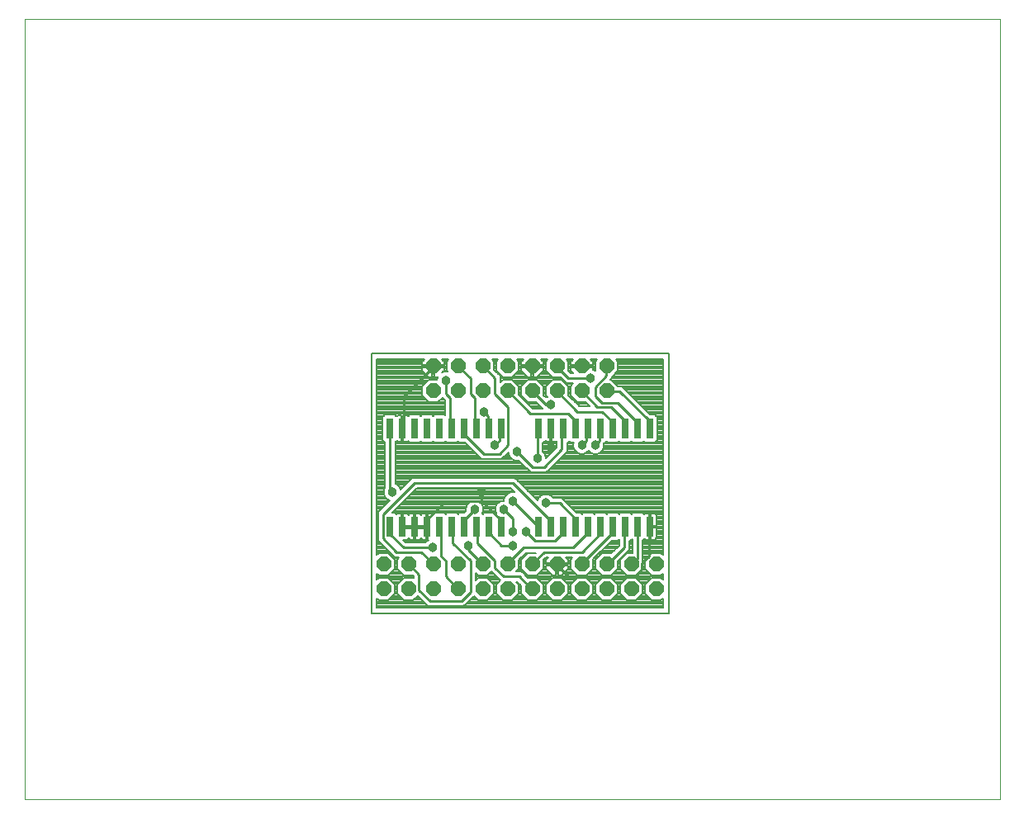
<source format=gtl>
G75*
%MOIN*%
%OFA0B0*%
%FSLAX25Y25*%
%IPPOS*%
%LPD*%
%AMOC8*
5,1,8,0,0,1.08239X$1,22.5*
%
%ADD10C,0.00000*%
%ADD11C,0.00800*%
%ADD12OC8,0.06000*%
%ADD13R,0.02600X0.08000*%
%ADD14C,0.01000*%
%ADD15C,0.03800*%
D10*
X0001000Y0001000D02*
X0001000Y0315961D01*
X0394701Y0315961D01*
X0394701Y0001000D01*
X0001000Y0001000D01*
D11*
X0141000Y0076000D02*
X0141000Y0181000D01*
X0261000Y0181000D01*
X0261000Y0076000D01*
X0141000Y0076000D01*
X0143300Y0078300D02*
X0143300Y0082195D01*
X0144095Y0081400D01*
X0147905Y0081400D01*
X0150600Y0084095D01*
X0150600Y0087905D01*
X0147905Y0090600D01*
X0144095Y0090600D01*
X0143300Y0089805D01*
X0143300Y0092195D01*
X0144095Y0091400D01*
X0147905Y0091400D01*
X0150600Y0094095D01*
X0150600Y0097905D01*
X0147905Y0100600D01*
X0144095Y0100600D01*
X0143300Y0099805D01*
X0143300Y0178700D01*
X0162477Y0178700D01*
X0161600Y0177823D01*
X0161600Y0176400D01*
X0165600Y0176400D01*
X0165600Y0175600D01*
X0166400Y0175600D01*
X0166400Y0176400D01*
X0170400Y0176400D01*
X0170400Y0177823D01*
X0169523Y0178700D01*
X0172195Y0178700D01*
X0171400Y0177905D01*
X0171400Y0174095D01*
X0171795Y0173700D01*
X0170404Y0173700D01*
X0169582Y0173360D01*
X0170400Y0174177D01*
X0170400Y0175600D01*
X0166400Y0175600D01*
X0166400Y0171600D01*
X0167823Y0171600D01*
X0167940Y0171718D01*
X0167600Y0170896D01*
X0167600Y0170600D01*
X0164095Y0170600D01*
X0161400Y0167905D01*
X0161400Y0164095D01*
X0164095Y0161400D01*
X0167905Y0161400D01*
X0169718Y0163212D01*
X0170230Y0162700D01*
X0170800Y0162130D01*
X0170800Y0156063D01*
X0170463Y0156400D01*
X0166537Y0156400D01*
X0166000Y0155863D01*
X0165463Y0156400D01*
X0161537Y0156400D01*
X0161000Y0155863D01*
X0160463Y0156400D01*
X0156537Y0156400D01*
X0155859Y0155721D01*
X0155660Y0155920D01*
X0155340Y0156105D01*
X0154984Y0156200D01*
X0153750Y0156200D01*
X0153750Y0151050D01*
X0153250Y0151050D01*
X0153250Y0156200D01*
X0152016Y0156200D01*
X0151660Y0156105D01*
X0151340Y0155920D01*
X0151141Y0155721D01*
X0150463Y0156400D01*
X0146537Y0156400D01*
X0145600Y0155463D01*
X0145600Y0146137D01*
X0146500Y0145237D01*
X0146500Y0127103D01*
X0146000Y0125896D01*
X0146000Y0124504D01*
X0146533Y0123217D01*
X0147517Y0122233D01*
X0148540Y0121809D01*
X0145030Y0118300D01*
X0143800Y0117070D01*
X0143800Y0105430D01*
X0149200Y0100030D01*
X0150430Y0098800D01*
X0152295Y0098800D01*
X0151400Y0097905D01*
X0151400Y0094095D01*
X0154095Y0091400D01*
X0157830Y0091400D01*
X0158200Y0091030D01*
X0158200Y0090305D01*
X0157905Y0090600D01*
X0154095Y0090600D01*
X0151400Y0087905D01*
X0151400Y0084095D01*
X0154095Y0081400D01*
X0157905Y0081400D01*
X0159718Y0083212D01*
X0163930Y0079000D01*
X0178270Y0079000D01*
X0179500Y0080230D01*
X0182382Y0083112D01*
X0184095Y0081400D01*
X0187905Y0081400D01*
X0190600Y0084095D01*
X0190600Y0087905D01*
X0187905Y0090600D01*
X0184095Y0090600D01*
X0183100Y0089605D01*
X0183100Y0092395D01*
X0184095Y0091400D01*
X0187905Y0091400D01*
X0189518Y0093012D01*
X0192400Y0090130D01*
X0193012Y0089518D01*
X0191400Y0087905D01*
X0191400Y0084095D01*
X0194095Y0081400D01*
X0197905Y0081400D01*
X0200600Y0084095D01*
X0200600Y0087905D01*
X0199605Y0088900D01*
X0199930Y0088900D01*
X0201400Y0087430D01*
X0201400Y0084095D01*
X0204095Y0081400D01*
X0207905Y0081400D01*
X0210600Y0084095D01*
X0210600Y0087905D01*
X0207905Y0090600D01*
X0204170Y0090600D01*
X0201670Y0093100D01*
X0199605Y0093100D01*
X0200600Y0094095D01*
X0200600Y0097730D01*
X0203470Y0100600D01*
X0207430Y0100600D01*
X0204095Y0100600D01*
X0201400Y0097905D01*
X0201400Y0094095D01*
X0204095Y0091400D01*
X0207905Y0091400D01*
X0210600Y0094095D01*
X0210600Y0097830D01*
X0211570Y0098800D01*
X0212577Y0098800D01*
X0211600Y0097823D01*
X0211600Y0096400D01*
X0215600Y0096400D01*
X0215600Y0095600D01*
X0216400Y0095600D01*
X0216400Y0096400D01*
X0220400Y0096400D01*
X0220400Y0097823D01*
X0219423Y0098800D01*
X0222295Y0098800D01*
X0221400Y0097905D01*
X0221400Y0094095D01*
X0224095Y0091400D01*
X0227905Y0091400D01*
X0230600Y0094095D01*
X0230600Y0097905D01*
X0230538Y0097968D01*
X0238170Y0105600D01*
X0240463Y0105600D01*
X0241000Y0106137D01*
X0241000Y0103570D01*
X0237968Y0100538D01*
X0237905Y0100600D01*
X0234095Y0100600D01*
X0231400Y0097905D01*
X0231400Y0094095D01*
X0234095Y0091400D01*
X0237905Y0091400D01*
X0240600Y0094095D01*
X0240600Y0097230D01*
X0245200Y0101830D01*
X0245200Y0105600D01*
X0245463Y0105600D01*
X0246000Y0106137D01*
X0246400Y0105737D01*
X0246400Y0100600D01*
X0244095Y0100600D01*
X0241400Y0097905D01*
X0241400Y0094095D01*
X0244095Y0091400D01*
X0247905Y0091400D01*
X0250600Y0094095D01*
X0250600Y0105737D01*
X0251141Y0106279D01*
X0251340Y0106080D01*
X0251660Y0105895D01*
X0252016Y0105800D01*
X0253250Y0105800D01*
X0253250Y0110950D01*
X0253750Y0110950D01*
X0253750Y0111450D01*
X0253250Y0111450D01*
X0253250Y0116600D01*
X0252016Y0116600D01*
X0251660Y0116505D01*
X0251340Y0116320D01*
X0251141Y0116121D01*
X0250463Y0116800D01*
X0246537Y0116800D01*
X0246000Y0116263D01*
X0245463Y0116800D01*
X0241537Y0116800D01*
X0241000Y0116263D01*
X0240463Y0116800D01*
X0236537Y0116800D01*
X0236000Y0116263D01*
X0235463Y0116800D01*
X0231537Y0116800D01*
X0231000Y0116263D01*
X0230463Y0116800D01*
X0226537Y0116800D01*
X0226000Y0116263D01*
X0225463Y0116800D01*
X0223870Y0116800D01*
X0219100Y0121570D01*
X0217870Y0122800D01*
X0214450Y0122800D01*
X0213583Y0123667D01*
X0212296Y0124200D01*
X0210904Y0124200D01*
X0209617Y0123667D01*
X0208633Y0122683D01*
X0208209Y0121660D01*
X0200200Y0129670D01*
X0198970Y0130900D01*
X0157630Y0130900D01*
X0152891Y0126160D01*
X0152467Y0127183D01*
X0151483Y0128167D01*
X0150700Y0128491D01*
X0150700Y0145437D01*
X0151141Y0145879D01*
X0151340Y0145680D01*
X0151660Y0145495D01*
X0152016Y0145400D01*
X0153250Y0145400D01*
X0153250Y0150550D01*
X0153750Y0150550D01*
X0153750Y0145400D01*
X0154984Y0145400D01*
X0155340Y0145495D01*
X0155660Y0145680D01*
X0155859Y0145879D01*
X0156537Y0145200D01*
X0160463Y0145200D01*
X0161000Y0145737D01*
X0161537Y0145200D01*
X0165463Y0145200D01*
X0166000Y0145737D01*
X0166537Y0145200D01*
X0170463Y0145200D01*
X0171000Y0145737D01*
X0171537Y0145200D01*
X0175463Y0145200D01*
X0176000Y0145737D01*
X0176537Y0145200D01*
X0178730Y0145200D01*
X0184300Y0139630D01*
X0185530Y0138400D01*
X0193570Y0138400D01*
X0196400Y0141230D01*
X0196400Y0140704D01*
X0196933Y0139417D01*
X0197917Y0138433D01*
X0199204Y0137900D01*
X0200430Y0137900D01*
X0205330Y0133000D01*
X0211570Y0133000D01*
X0212800Y0134230D01*
X0220000Y0141430D01*
X0220000Y0145200D01*
X0220463Y0145200D01*
X0221000Y0145737D01*
X0221537Y0145200D01*
X0222667Y0145200D01*
X0222500Y0144796D01*
X0222500Y0143404D01*
X0223033Y0142117D01*
X0224017Y0141133D01*
X0225304Y0140600D01*
X0226696Y0140600D01*
X0227983Y0141133D01*
X0228700Y0141850D01*
X0229417Y0141133D01*
X0230704Y0140600D01*
X0232096Y0140600D01*
X0233383Y0141133D01*
X0234367Y0142117D01*
X0234900Y0143404D01*
X0234900Y0144630D01*
X0235300Y0145030D01*
X0235300Y0145200D01*
X0235463Y0145200D01*
X0236000Y0145737D01*
X0236537Y0145200D01*
X0240463Y0145200D01*
X0241000Y0145737D01*
X0241537Y0145200D01*
X0245463Y0145200D01*
X0246000Y0145737D01*
X0246537Y0145200D01*
X0250463Y0145200D01*
X0251000Y0145737D01*
X0251537Y0145200D01*
X0255463Y0145200D01*
X0256400Y0146137D01*
X0256400Y0155463D01*
X0255463Y0156400D01*
X0253570Y0156400D01*
X0242170Y0167800D01*
X0240600Y0167800D01*
X0240600Y0167905D01*
X0237905Y0170600D01*
X0237470Y0170600D01*
X0238000Y0171130D01*
X0238000Y0171495D01*
X0240600Y0174095D01*
X0240600Y0177905D01*
X0239805Y0178700D01*
X0258700Y0178700D01*
X0258700Y0099805D01*
X0257905Y0100600D01*
X0254095Y0100600D01*
X0251400Y0097905D01*
X0251400Y0094095D01*
X0254095Y0091400D01*
X0257905Y0091400D01*
X0258700Y0092195D01*
X0258700Y0089805D01*
X0257905Y0090600D01*
X0254095Y0090600D01*
X0251400Y0087905D01*
X0251400Y0084095D01*
X0254095Y0081400D01*
X0257905Y0081400D01*
X0258700Y0082195D01*
X0258700Y0078300D01*
X0143300Y0078300D01*
X0143300Y0078456D02*
X0258700Y0078456D01*
X0258700Y0079254D02*
X0178524Y0079254D01*
X0179322Y0080053D02*
X0258700Y0080053D01*
X0258700Y0080851D02*
X0180121Y0080851D01*
X0180919Y0081650D02*
X0183845Y0081650D01*
X0183046Y0082448D02*
X0181718Y0082448D01*
X0188155Y0081650D02*
X0193845Y0081650D01*
X0193046Y0082448D02*
X0188954Y0082448D01*
X0189752Y0083247D02*
X0192248Y0083247D01*
X0191449Y0084045D02*
X0190551Y0084045D01*
X0190600Y0084844D02*
X0191400Y0084844D01*
X0191400Y0085642D02*
X0190600Y0085642D01*
X0190600Y0086441D02*
X0191400Y0086441D01*
X0191400Y0087239D02*
X0190600Y0087239D01*
X0190468Y0088038D02*
X0191532Y0088038D01*
X0192331Y0088836D02*
X0189669Y0088836D01*
X0188871Y0089635D02*
X0192895Y0089635D01*
X0192097Y0090433D02*
X0188072Y0090433D01*
X0188536Y0092030D02*
X0190500Y0092030D01*
X0191298Y0091232D02*
X0183100Y0091232D01*
X0183100Y0092030D02*
X0183464Y0092030D01*
X0183100Y0090433D02*
X0183928Y0090433D01*
X0183129Y0089635D02*
X0183100Y0089635D01*
X0189334Y0092829D02*
X0189701Y0092829D01*
X0200133Y0093627D02*
X0201867Y0093627D01*
X0201941Y0092829D02*
X0202666Y0092829D01*
X0202740Y0092030D02*
X0203464Y0092030D01*
X0203538Y0091232D02*
X0258700Y0091232D01*
X0258700Y0092030D02*
X0258536Y0092030D01*
X0258700Y0090433D02*
X0258072Y0090433D01*
X0253928Y0090433D02*
X0248072Y0090433D01*
X0247905Y0090600D02*
X0244095Y0090600D01*
X0241400Y0087905D01*
X0241400Y0084095D01*
X0244095Y0081400D01*
X0247905Y0081400D01*
X0250600Y0084095D01*
X0250600Y0087905D01*
X0247905Y0090600D01*
X0248871Y0089635D02*
X0253129Y0089635D01*
X0252331Y0088836D02*
X0249669Y0088836D01*
X0250468Y0088038D02*
X0251532Y0088038D01*
X0251400Y0087239D02*
X0250600Y0087239D01*
X0250600Y0086441D02*
X0251400Y0086441D01*
X0251400Y0085642D02*
X0250600Y0085642D01*
X0250600Y0084844D02*
X0251400Y0084844D01*
X0251449Y0084045D02*
X0250551Y0084045D01*
X0249752Y0083247D02*
X0252248Y0083247D01*
X0253046Y0082448D02*
X0248954Y0082448D01*
X0248155Y0081650D02*
X0253845Y0081650D01*
X0258155Y0081650D02*
X0258700Y0081650D01*
X0253464Y0092030D02*
X0248536Y0092030D01*
X0249334Y0092829D02*
X0252666Y0092829D01*
X0251867Y0093627D02*
X0250133Y0093627D01*
X0250600Y0094426D02*
X0251400Y0094426D01*
X0251400Y0095224D02*
X0250600Y0095224D01*
X0250600Y0096023D02*
X0251400Y0096023D01*
X0251400Y0096821D02*
X0250600Y0096821D01*
X0250600Y0097620D02*
X0251400Y0097620D01*
X0251913Y0098418D02*
X0250600Y0098418D01*
X0250600Y0099217D02*
X0252712Y0099217D01*
X0253510Y0100015D02*
X0250600Y0100015D01*
X0250600Y0100814D02*
X0258700Y0100814D01*
X0258700Y0101612D02*
X0250600Y0101612D01*
X0250600Y0102411D02*
X0258700Y0102411D01*
X0258700Y0103209D02*
X0250600Y0103209D01*
X0250600Y0104008D02*
X0258700Y0104008D01*
X0258700Y0104806D02*
X0250600Y0104806D01*
X0250600Y0105605D02*
X0258700Y0105605D01*
X0258700Y0106403D02*
X0255957Y0106403D01*
X0255920Y0106340D02*
X0256105Y0106660D01*
X0256200Y0107016D01*
X0256200Y0110950D01*
X0253750Y0110950D01*
X0253750Y0105800D01*
X0254984Y0105800D01*
X0255340Y0105895D01*
X0255660Y0106080D01*
X0255920Y0106340D01*
X0256200Y0107202D02*
X0258700Y0107202D01*
X0258700Y0108001D02*
X0256200Y0108001D01*
X0256200Y0108799D02*
X0258700Y0108799D01*
X0258700Y0109598D02*
X0256200Y0109598D01*
X0256200Y0110396D02*
X0258700Y0110396D01*
X0258700Y0111195D02*
X0253750Y0111195D01*
X0253750Y0111450D02*
X0256200Y0111450D01*
X0256200Y0115384D01*
X0256105Y0115740D01*
X0255920Y0116060D01*
X0255660Y0116320D01*
X0255340Y0116505D01*
X0254984Y0116600D01*
X0253750Y0116600D01*
X0253750Y0111450D01*
X0253750Y0111993D02*
X0253250Y0111993D01*
X0253250Y0112792D02*
X0253750Y0112792D01*
X0253750Y0113590D02*
X0253250Y0113590D01*
X0253250Y0114389D02*
X0253750Y0114389D01*
X0253750Y0115187D02*
X0253250Y0115187D01*
X0253250Y0115986D02*
X0253750Y0115986D01*
X0255963Y0115986D02*
X0258700Y0115986D01*
X0258700Y0116784D02*
X0250479Y0116784D01*
X0246521Y0116784D02*
X0245479Y0116784D01*
X0241521Y0116784D02*
X0240479Y0116784D01*
X0236521Y0116784D02*
X0235479Y0116784D01*
X0231521Y0116784D02*
X0230479Y0116784D01*
X0226521Y0116784D02*
X0225479Y0116784D01*
X0223087Y0117583D02*
X0258700Y0117583D01*
X0258700Y0118381D02*
X0222289Y0118381D01*
X0221490Y0119180D02*
X0258700Y0119180D01*
X0258700Y0119978D02*
X0220692Y0119978D01*
X0219893Y0120777D02*
X0258700Y0120777D01*
X0258700Y0121575D02*
X0219095Y0121575D01*
X0218296Y0122374D02*
X0258700Y0122374D01*
X0258700Y0123172D02*
X0214077Y0123172D01*
X0212850Y0123971D02*
X0258700Y0123971D01*
X0258700Y0124769D02*
X0205101Y0124769D01*
X0205899Y0123971D02*
X0210350Y0123971D01*
X0209122Y0123172D02*
X0206698Y0123172D01*
X0207496Y0122374D02*
X0208505Y0122374D01*
X0204302Y0125568D02*
X0258700Y0125568D01*
X0258700Y0126366D02*
X0203504Y0126366D01*
X0202705Y0127165D02*
X0258700Y0127165D01*
X0258700Y0127963D02*
X0201907Y0127963D01*
X0201108Y0128762D02*
X0258700Y0128762D01*
X0258700Y0129560D02*
X0200310Y0129560D01*
X0199511Y0130359D02*
X0258700Y0130359D01*
X0258700Y0131157D02*
X0150700Y0131157D01*
X0150700Y0130359D02*
X0157089Y0130359D01*
X0156290Y0129560D02*
X0150700Y0129560D01*
X0150700Y0128762D02*
X0155492Y0128762D01*
X0154693Y0127963D02*
X0151686Y0127963D01*
X0152475Y0127165D02*
X0153895Y0127165D01*
X0153096Y0126366D02*
X0152805Y0126366D01*
X0155842Y0123172D02*
X0194963Y0123172D01*
X0195133Y0123583D02*
X0194600Y0122296D01*
X0194600Y0121500D01*
X0193804Y0121500D01*
X0192517Y0120967D01*
X0191533Y0119983D01*
X0191000Y0118696D01*
X0191000Y0117304D01*
X0191394Y0116351D01*
X0191340Y0116320D01*
X0191141Y0116121D01*
X0190463Y0116800D01*
X0186537Y0116800D01*
X0186000Y0116263D01*
X0185907Y0116356D01*
X0186300Y0117304D01*
X0186300Y0118696D01*
X0185767Y0119983D01*
X0184783Y0120967D01*
X0183496Y0121500D01*
X0182104Y0121500D01*
X0180817Y0120967D01*
X0179833Y0119983D01*
X0179300Y0118696D01*
X0179300Y0117470D01*
X0178630Y0116800D01*
X0176537Y0116800D01*
X0176000Y0116263D01*
X0175463Y0116800D01*
X0171537Y0116800D01*
X0171000Y0116263D01*
X0170463Y0116800D01*
X0166537Y0116800D01*
X0165859Y0116121D01*
X0165660Y0116320D01*
X0165340Y0116505D01*
X0164984Y0116600D01*
X0163750Y0116600D01*
X0163750Y0111450D01*
X0163250Y0111450D01*
X0163250Y0116600D01*
X0162016Y0116600D01*
X0161660Y0116505D01*
X0161340Y0116320D01*
X0161080Y0116060D01*
X0161000Y0115922D01*
X0160920Y0116060D01*
X0160660Y0116320D01*
X0160340Y0116505D01*
X0159984Y0116600D01*
X0158750Y0116600D01*
X0158750Y0111450D01*
X0158250Y0111450D01*
X0158250Y0116600D01*
X0157016Y0116600D01*
X0156660Y0116505D01*
X0156340Y0116320D01*
X0156080Y0116060D01*
X0156000Y0115922D01*
X0155920Y0116060D01*
X0155660Y0116320D01*
X0155340Y0116505D01*
X0154984Y0116600D01*
X0153750Y0116600D01*
X0153750Y0111450D01*
X0158250Y0111450D01*
X0158250Y0110950D01*
X0155800Y0110950D01*
X0153750Y0110950D01*
X0153750Y0111450D01*
X0153250Y0111450D01*
X0153250Y0116600D01*
X0152016Y0116600D01*
X0151660Y0116505D01*
X0151340Y0116320D01*
X0151141Y0116121D01*
X0150463Y0116800D01*
X0149470Y0116800D01*
X0159370Y0126700D01*
X0197230Y0126700D01*
X0198854Y0125076D01*
X0198796Y0125100D01*
X0197404Y0125100D01*
X0196117Y0124567D01*
X0195133Y0123583D01*
X0195521Y0123971D02*
X0156641Y0123971D01*
X0157439Y0124769D02*
X0196605Y0124769D01*
X0197564Y0126366D02*
X0159036Y0126366D01*
X0158238Y0125568D02*
X0198362Y0125568D01*
X0194632Y0122374D02*
X0155044Y0122374D01*
X0154245Y0121575D02*
X0194600Y0121575D01*
X0192327Y0120777D02*
X0184973Y0120777D01*
X0185769Y0119978D02*
X0191531Y0119978D01*
X0191200Y0119180D02*
X0186100Y0119180D01*
X0186300Y0118381D02*
X0191000Y0118381D01*
X0191000Y0117583D02*
X0186300Y0117583D01*
X0186085Y0116784D02*
X0186521Y0116784D01*
X0190479Y0116784D02*
X0191215Y0116784D01*
X0180627Y0120777D02*
X0153447Y0120777D01*
X0152648Y0119978D02*
X0179831Y0119978D01*
X0179500Y0119180D02*
X0151850Y0119180D01*
X0151051Y0118381D02*
X0179300Y0118381D01*
X0179300Y0117583D02*
X0150252Y0117583D01*
X0150479Y0116784D02*
X0166521Y0116784D01*
X0163750Y0115986D02*
X0163250Y0115986D01*
X0163250Y0115187D02*
X0163750Y0115187D01*
X0163750Y0114389D02*
X0163250Y0114389D01*
X0163250Y0113590D02*
X0163750Y0113590D01*
X0163750Y0112792D02*
X0163250Y0112792D01*
X0163250Y0111993D02*
X0163750Y0111993D01*
X0163250Y0111450D02*
X0163250Y0110950D01*
X0163750Y0110950D01*
X0163750Y0105800D01*
X0164038Y0105800D01*
X0163717Y0105667D01*
X0162850Y0104800D01*
X0154870Y0104800D01*
X0153870Y0105800D01*
X0154984Y0105800D01*
X0155340Y0105895D01*
X0155660Y0106080D01*
X0155920Y0106340D01*
X0156000Y0106478D01*
X0156080Y0106340D01*
X0156340Y0106080D01*
X0156660Y0105895D01*
X0157016Y0105800D01*
X0158250Y0105800D01*
X0158250Y0110950D01*
X0158750Y0110950D01*
X0158750Y0111450D01*
X0163250Y0111450D01*
X0163250Y0111195D02*
X0158750Y0111195D01*
X0158750Y0110950D02*
X0161200Y0110950D01*
X0163250Y0110950D01*
X0163250Y0105800D01*
X0162016Y0105800D01*
X0161660Y0105895D01*
X0161340Y0106080D01*
X0161080Y0106340D01*
X0161000Y0106478D01*
X0160920Y0106340D01*
X0160660Y0106080D01*
X0160340Y0105895D01*
X0159984Y0105800D01*
X0158750Y0105800D01*
X0158750Y0110950D01*
X0158750Y0110396D02*
X0158250Y0110396D01*
X0158250Y0109598D02*
X0158750Y0109598D01*
X0158750Y0108799D02*
X0158250Y0108799D01*
X0158250Y0108001D02*
X0158750Y0108001D01*
X0158750Y0107202D02*
X0158250Y0107202D01*
X0158250Y0106403D02*
X0158750Y0106403D01*
X0160957Y0106403D02*
X0161043Y0106403D01*
X0163250Y0106403D02*
X0163750Y0106403D01*
X0163750Y0107202D02*
X0163250Y0107202D01*
X0163250Y0108001D02*
X0163750Y0108001D01*
X0163750Y0108799D02*
X0163250Y0108799D01*
X0163250Y0109598D02*
X0163750Y0109598D01*
X0163750Y0110396D02*
X0163250Y0110396D01*
X0158750Y0111993D02*
X0158250Y0111993D01*
X0158250Y0111195D02*
X0153750Y0111195D01*
X0153750Y0111993D02*
X0153250Y0111993D01*
X0153250Y0112792D02*
X0153750Y0112792D01*
X0153750Y0113590D02*
X0153250Y0113590D01*
X0153250Y0114389D02*
X0153750Y0114389D01*
X0153750Y0115187D02*
X0153250Y0115187D01*
X0153250Y0115986D02*
X0153750Y0115986D01*
X0155963Y0115986D02*
X0156037Y0115986D01*
X0158250Y0115986D02*
X0158750Y0115986D01*
X0158750Y0115187D02*
X0158250Y0115187D01*
X0158250Y0114389D02*
X0158750Y0114389D01*
X0158750Y0113590D02*
X0158250Y0113590D01*
X0158250Y0112792D02*
X0158750Y0112792D01*
X0160963Y0115986D02*
X0161037Y0115986D01*
X0170479Y0116784D02*
X0171521Y0116784D01*
X0175479Y0116784D02*
X0176521Y0116784D01*
X0163655Y0105605D02*
X0154065Y0105605D01*
X0154863Y0104806D02*
X0162857Y0104806D01*
X0156043Y0106403D02*
X0155957Y0106403D01*
X0151913Y0098418D02*
X0150087Y0098418D01*
X0150013Y0099217D02*
X0149288Y0099217D01*
X0149215Y0100015D02*
X0148490Y0100015D01*
X0148416Y0100814D02*
X0143300Y0100814D01*
X0143300Y0101612D02*
X0147618Y0101612D01*
X0146819Y0102411D02*
X0143300Y0102411D01*
X0143300Y0103209D02*
X0146021Y0103209D01*
X0145222Y0104008D02*
X0143300Y0104008D01*
X0143300Y0104806D02*
X0144424Y0104806D01*
X0143800Y0105605D02*
X0143300Y0105605D01*
X0143300Y0106403D02*
X0143800Y0106403D01*
X0143800Y0107202D02*
X0143300Y0107202D01*
X0143300Y0108001D02*
X0143800Y0108001D01*
X0143800Y0108799D02*
X0143300Y0108799D01*
X0143300Y0109598D02*
X0143800Y0109598D01*
X0143800Y0110396D02*
X0143300Y0110396D01*
X0143300Y0111195D02*
X0143800Y0111195D01*
X0143800Y0111993D02*
X0143300Y0111993D01*
X0143300Y0112792D02*
X0143800Y0112792D01*
X0143800Y0113590D02*
X0143300Y0113590D01*
X0143300Y0114389D02*
X0143800Y0114389D01*
X0143800Y0115187D02*
X0143300Y0115187D01*
X0143300Y0115986D02*
X0143800Y0115986D01*
X0143800Y0116784D02*
X0143300Y0116784D01*
X0143300Y0117583D02*
X0144313Y0117583D01*
X0145111Y0118381D02*
X0143300Y0118381D01*
X0143300Y0119180D02*
X0145910Y0119180D01*
X0146708Y0119978D02*
X0143300Y0119978D01*
X0143300Y0120777D02*
X0147507Y0120777D01*
X0148305Y0121575D02*
X0143300Y0121575D01*
X0143300Y0122374D02*
X0147377Y0122374D01*
X0146578Y0123172D02*
X0143300Y0123172D01*
X0143300Y0123971D02*
X0146221Y0123971D01*
X0146000Y0124769D02*
X0143300Y0124769D01*
X0143300Y0125568D02*
X0146000Y0125568D01*
X0146195Y0126366D02*
X0143300Y0126366D01*
X0143300Y0127165D02*
X0146500Y0127165D01*
X0146500Y0127963D02*
X0143300Y0127963D01*
X0143300Y0128762D02*
X0146500Y0128762D01*
X0146500Y0129560D02*
X0143300Y0129560D01*
X0143300Y0130359D02*
X0146500Y0130359D01*
X0146500Y0131157D02*
X0143300Y0131157D01*
X0143300Y0131956D02*
X0146500Y0131956D01*
X0146500Y0132754D02*
X0143300Y0132754D01*
X0143300Y0133553D02*
X0146500Y0133553D01*
X0146500Y0134351D02*
X0143300Y0134351D01*
X0143300Y0135150D02*
X0146500Y0135150D01*
X0146500Y0135948D02*
X0143300Y0135948D01*
X0143300Y0136747D02*
X0146500Y0136747D01*
X0146500Y0137545D02*
X0143300Y0137545D01*
X0143300Y0138344D02*
X0146500Y0138344D01*
X0146500Y0139142D02*
X0143300Y0139142D01*
X0143300Y0139941D02*
X0146500Y0139941D01*
X0146500Y0140739D02*
X0143300Y0140739D01*
X0143300Y0141538D02*
X0146500Y0141538D01*
X0146500Y0142337D02*
X0143300Y0142337D01*
X0143300Y0143135D02*
X0146500Y0143135D01*
X0146500Y0143934D02*
X0143300Y0143934D01*
X0143300Y0144732D02*
X0146500Y0144732D01*
X0146207Y0145531D02*
X0143300Y0145531D01*
X0143300Y0146329D02*
X0145600Y0146329D01*
X0145600Y0147128D02*
X0143300Y0147128D01*
X0143300Y0147926D02*
X0145600Y0147926D01*
X0145600Y0148725D02*
X0143300Y0148725D01*
X0143300Y0149523D02*
X0145600Y0149523D01*
X0145600Y0150322D02*
X0143300Y0150322D01*
X0143300Y0151120D02*
X0145600Y0151120D01*
X0145600Y0151919D02*
X0143300Y0151919D01*
X0143300Y0152717D02*
X0145600Y0152717D01*
X0145600Y0153516D02*
X0143300Y0153516D01*
X0143300Y0154314D02*
X0145600Y0154314D01*
X0145600Y0155113D02*
X0143300Y0155113D01*
X0143300Y0155911D02*
X0146048Y0155911D01*
X0143300Y0156710D02*
X0170800Y0156710D01*
X0170800Y0157508D02*
X0143300Y0157508D01*
X0143300Y0158307D02*
X0170800Y0158307D01*
X0170800Y0159105D02*
X0143300Y0159105D01*
X0143300Y0159904D02*
X0170800Y0159904D01*
X0170800Y0160702D02*
X0143300Y0160702D01*
X0143300Y0161501D02*
X0163994Y0161501D01*
X0163195Y0162299D02*
X0143300Y0162299D01*
X0143300Y0163098D02*
X0162397Y0163098D01*
X0161598Y0163896D02*
X0143300Y0163896D01*
X0143300Y0164695D02*
X0161400Y0164695D01*
X0161400Y0165493D02*
X0143300Y0165493D01*
X0143300Y0166292D02*
X0161400Y0166292D01*
X0161400Y0167090D02*
X0143300Y0167090D01*
X0143300Y0167889D02*
X0161400Y0167889D01*
X0162182Y0168687D02*
X0143300Y0168687D01*
X0143300Y0169486D02*
X0162981Y0169486D01*
X0163779Y0170284D02*
X0143300Y0170284D01*
X0143300Y0171083D02*
X0167677Y0171083D01*
X0166400Y0171881D02*
X0165600Y0171881D01*
X0165600Y0171600D02*
X0165600Y0175600D01*
X0161600Y0175600D01*
X0161600Y0174177D01*
X0164177Y0171600D01*
X0165600Y0171600D01*
X0165600Y0172680D02*
X0166400Y0172680D01*
X0166400Y0173478D02*
X0165600Y0173478D01*
X0165600Y0174277D02*
X0166400Y0174277D01*
X0166400Y0175075D02*
X0165600Y0175075D01*
X0165600Y0175874D02*
X0143300Y0175874D01*
X0143300Y0176672D02*
X0161600Y0176672D01*
X0161600Y0177471D02*
X0143300Y0177471D01*
X0143300Y0178270D02*
X0162047Y0178270D01*
X0161600Y0175075D02*
X0143300Y0175075D01*
X0143300Y0174277D02*
X0161600Y0174277D01*
X0162299Y0173478D02*
X0143300Y0173478D01*
X0143300Y0172680D02*
X0163098Y0172680D01*
X0163896Y0171881D02*
X0143300Y0171881D01*
X0150952Y0155911D02*
X0151331Y0155911D01*
X0153250Y0155911D02*
X0153750Y0155911D01*
X0153750Y0155113D02*
X0153250Y0155113D01*
X0153250Y0154314D02*
X0153750Y0154314D01*
X0153750Y0153516D02*
X0153250Y0153516D01*
X0153250Y0152717D02*
X0153750Y0152717D01*
X0153750Y0151919D02*
X0153250Y0151919D01*
X0153250Y0151120D02*
X0153750Y0151120D01*
X0153750Y0150322D02*
X0153250Y0150322D01*
X0153250Y0149523D02*
X0153750Y0149523D01*
X0153750Y0148725D02*
X0153250Y0148725D01*
X0153250Y0147926D02*
X0153750Y0147926D01*
X0153750Y0147128D02*
X0153250Y0147128D01*
X0153250Y0146329D02*
X0153750Y0146329D01*
X0153750Y0145531D02*
X0153250Y0145531D01*
X0151599Y0145531D02*
X0150793Y0145531D01*
X0150700Y0144732D02*
X0179198Y0144732D01*
X0179997Y0143934D02*
X0150700Y0143934D01*
X0150700Y0143135D02*
X0180795Y0143135D01*
X0181594Y0142337D02*
X0150700Y0142337D01*
X0150700Y0141538D02*
X0182392Y0141538D01*
X0183191Y0140739D02*
X0150700Y0140739D01*
X0150700Y0139941D02*
X0183989Y0139941D01*
X0184788Y0139142D02*
X0150700Y0139142D01*
X0150700Y0138344D02*
X0198132Y0138344D01*
X0197208Y0139142D02*
X0194312Y0139142D01*
X0195111Y0139941D02*
X0196716Y0139941D01*
X0196400Y0140739D02*
X0195909Y0140739D01*
X0200785Y0137545D02*
X0150700Y0137545D01*
X0150700Y0136747D02*
X0201583Y0136747D01*
X0202382Y0135948D02*
X0150700Y0135948D01*
X0150700Y0135150D02*
X0203180Y0135150D01*
X0203979Y0134351D02*
X0150700Y0134351D01*
X0150700Y0133553D02*
X0204777Y0133553D01*
X0212123Y0133553D02*
X0258700Y0133553D01*
X0258700Y0134351D02*
X0212921Y0134351D01*
X0213720Y0135150D02*
X0258700Y0135150D01*
X0258700Y0135948D02*
X0214518Y0135948D01*
X0215317Y0136747D02*
X0258700Y0136747D01*
X0258700Y0137545D02*
X0216115Y0137545D01*
X0216914Y0138344D02*
X0258700Y0138344D01*
X0258700Y0139142D02*
X0217712Y0139142D01*
X0218511Y0139941D02*
X0258700Y0139941D01*
X0258700Y0140739D02*
X0232433Y0140739D01*
X0233788Y0141538D02*
X0258700Y0141538D01*
X0258700Y0142337D02*
X0234458Y0142337D01*
X0234789Y0143135D02*
X0258700Y0143135D01*
X0258700Y0143934D02*
X0234900Y0143934D01*
X0235002Y0144732D02*
X0258700Y0144732D01*
X0258700Y0145531D02*
X0255793Y0145531D01*
X0256400Y0146329D02*
X0258700Y0146329D01*
X0258700Y0147128D02*
X0256400Y0147128D01*
X0256400Y0147926D02*
X0258700Y0147926D01*
X0258700Y0148725D02*
X0256400Y0148725D01*
X0256400Y0149523D02*
X0258700Y0149523D01*
X0258700Y0150322D02*
X0256400Y0150322D01*
X0256400Y0151120D02*
X0258700Y0151120D01*
X0258700Y0151919D02*
X0256400Y0151919D01*
X0256400Y0152717D02*
X0258700Y0152717D01*
X0258700Y0153516D02*
X0256400Y0153516D01*
X0256400Y0154314D02*
X0258700Y0154314D01*
X0258700Y0155113D02*
X0256400Y0155113D01*
X0255952Y0155911D02*
X0258700Y0155911D01*
X0258700Y0156710D02*
X0253260Y0156710D01*
X0252462Y0157508D02*
X0258700Y0157508D01*
X0258700Y0158307D02*
X0251663Y0158307D01*
X0250865Y0159105D02*
X0258700Y0159105D01*
X0258700Y0159904D02*
X0250066Y0159904D01*
X0249268Y0160702D02*
X0258700Y0160702D01*
X0258700Y0161501D02*
X0248469Y0161501D01*
X0247671Y0162299D02*
X0258700Y0162299D01*
X0258700Y0163098D02*
X0246872Y0163098D01*
X0246074Y0163896D02*
X0258700Y0163896D01*
X0258700Y0164695D02*
X0245275Y0164695D01*
X0244477Y0165493D02*
X0258700Y0165493D01*
X0258700Y0166292D02*
X0243678Y0166292D01*
X0242879Y0167090D02*
X0258700Y0167090D01*
X0258700Y0167889D02*
X0240600Y0167889D01*
X0239818Y0168687D02*
X0258700Y0168687D01*
X0258700Y0169486D02*
X0239019Y0169486D01*
X0238221Y0170284D02*
X0258700Y0170284D01*
X0258700Y0171083D02*
X0237953Y0171083D01*
X0238387Y0171881D02*
X0258700Y0171881D01*
X0258700Y0172680D02*
X0239185Y0172680D01*
X0239984Y0173478D02*
X0258700Y0173478D01*
X0258700Y0174277D02*
X0240600Y0174277D01*
X0240600Y0175075D02*
X0258700Y0175075D01*
X0258700Y0175874D02*
X0240600Y0175874D01*
X0240600Y0176672D02*
X0258700Y0176672D01*
X0258700Y0177471D02*
X0240600Y0177471D01*
X0240236Y0178270D02*
X0258700Y0178270D01*
X0232195Y0178700D02*
X0231400Y0177905D01*
X0231400Y0174143D01*
X0230400Y0174557D01*
X0230400Y0175600D01*
X0226400Y0175600D01*
X0226400Y0176400D01*
X0230400Y0176400D01*
X0230400Y0177823D01*
X0229523Y0178700D01*
X0232195Y0178700D01*
X0231764Y0178270D02*
X0229953Y0178270D01*
X0230400Y0177471D02*
X0231400Y0177471D01*
X0231400Y0176672D02*
X0230400Y0176672D01*
X0231400Y0175874D02*
X0226400Y0175874D01*
X0225600Y0175874D02*
X0220600Y0175874D01*
X0220600Y0176672D02*
X0221600Y0176672D01*
X0221600Y0176400D02*
X0225600Y0176400D01*
X0225600Y0175600D01*
X0221600Y0175600D01*
X0221600Y0174177D01*
X0222577Y0173200D01*
X0221470Y0173200D01*
X0220588Y0174082D01*
X0220600Y0174095D01*
X0220600Y0177905D01*
X0219805Y0178700D01*
X0222477Y0178700D01*
X0221600Y0177823D01*
X0221600Y0176400D01*
X0221600Y0177471D02*
X0220600Y0177471D01*
X0220236Y0178270D02*
X0222047Y0178270D01*
X0221600Y0175075D02*
X0220600Y0175075D01*
X0220600Y0174277D02*
X0221600Y0174277D01*
X0221191Y0173478D02*
X0222299Y0173478D01*
X0222495Y0169000D02*
X0219730Y0169000D01*
X0217330Y0171400D01*
X0214095Y0171400D01*
X0211400Y0174095D01*
X0211400Y0177905D01*
X0212195Y0178700D01*
X0209523Y0178700D01*
X0210400Y0177823D01*
X0210400Y0176400D01*
X0206400Y0176400D01*
X0206400Y0175600D01*
X0210400Y0175600D01*
X0210400Y0174177D01*
X0207823Y0171600D01*
X0206400Y0171600D01*
X0206400Y0175600D01*
X0205600Y0175600D01*
X0205600Y0171600D01*
X0204177Y0171600D01*
X0201600Y0174177D01*
X0201600Y0175600D01*
X0205600Y0175600D01*
X0205600Y0176400D01*
X0201600Y0176400D01*
X0201600Y0177823D01*
X0202477Y0178700D01*
X0199805Y0178700D01*
X0200600Y0177905D01*
X0200600Y0174095D01*
X0197905Y0171400D01*
X0194095Y0171400D01*
X0191400Y0174095D01*
X0191400Y0177905D01*
X0192195Y0178700D01*
X0189805Y0178700D01*
X0190600Y0177905D01*
X0190600Y0174370D01*
X0193000Y0171970D01*
X0193000Y0169505D01*
X0194095Y0170600D01*
X0197905Y0170600D01*
X0200600Y0167905D01*
X0200600Y0164370D01*
X0206170Y0158800D01*
X0210130Y0158800D01*
X0207530Y0161400D01*
X0204095Y0161400D01*
X0201400Y0164095D01*
X0201400Y0167905D01*
X0204095Y0170600D01*
X0207905Y0170600D01*
X0210600Y0167905D01*
X0210600Y0164270D01*
X0211548Y0163321D01*
X0211990Y0163504D01*
X0211400Y0164095D01*
X0211400Y0167905D01*
X0214095Y0170600D01*
X0217905Y0170600D01*
X0220600Y0167905D01*
X0220600Y0164170D01*
X0225070Y0159700D01*
X0229030Y0159700D01*
X0227330Y0161400D01*
X0224095Y0161400D01*
X0221400Y0164095D01*
X0221400Y0167905D01*
X0222495Y0169000D01*
X0222182Y0168687D02*
X0219818Y0168687D01*
X0219244Y0169486D02*
X0219019Y0169486D01*
X0218446Y0170284D02*
X0218221Y0170284D01*
X0217647Y0171083D02*
X0193000Y0171083D01*
X0193000Y0171881D02*
X0193613Y0171881D01*
X0192815Y0172680D02*
X0192290Y0172680D01*
X0192016Y0173478D02*
X0191491Y0173478D01*
X0191400Y0174277D02*
X0190693Y0174277D01*
X0190600Y0175075D02*
X0191400Y0175075D01*
X0191400Y0175874D02*
X0190600Y0175874D01*
X0190600Y0176672D02*
X0191400Y0176672D01*
X0191400Y0177471D02*
X0190600Y0177471D01*
X0190236Y0178270D02*
X0191764Y0178270D01*
X0200236Y0178270D02*
X0202047Y0178270D01*
X0201600Y0177471D02*
X0200600Y0177471D01*
X0200600Y0176672D02*
X0201600Y0176672D01*
X0200600Y0175874D02*
X0205600Y0175874D01*
X0205600Y0175075D02*
X0206400Y0175075D01*
X0206400Y0174277D02*
X0205600Y0174277D01*
X0205600Y0173478D02*
X0206400Y0173478D01*
X0206400Y0172680D02*
X0205600Y0172680D01*
X0205600Y0171881D02*
X0206400Y0171881D01*
X0208104Y0171881D02*
X0213613Y0171881D01*
X0212815Y0172680D02*
X0208902Y0172680D01*
X0209701Y0173478D02*
X0212016Y0173478D01*
X0211400Y0174277D02*
X0210400Y0174277D01*
X0210400Y0175075D02*
X0211400Y0175075D01*
X0211400Y0175874D02*
X0206400Y0175874D01*
X0210400Y0176672D02*
X0211400Y0176672D01*
X0211400Y0177471D02*
X0210400Y0177471D01*
X0209953Y0178270D02*
X0211764Y0178270D01*
X0203896Y0171881D02*
X0198387Y0171881D01*
X0199185Y0172680D02*
X0203098Y0172680D01*
X0202299Y0173478D02*
X0199984Y0173478D01*
X0200600Y0174277D02*
X0201600Y0174277D01*
X0201600Y0175075D02*
X0200600Y0175075D01*
X0198221Y0170284D02*
X0203779Y0170284D01*
X0202981Y0169486D02*
X0199019Y0169486D01*
X0199818Y0168687D02*
X0202182Y0168687D01*
X0201400Y0167889D02*
X0200600Y0167889D01*
X0200600Y0167090D02*
X0201400Y0167090D01*
X0201400Y0166292D02*
X0200600Y0166292D01*
X0200600Y0165493D02*
X0201400Y0165493D01*
X0201400Y0164695D02*
X0200600Y0164695D01*
X0201074Y0163896D02*
X0201598Y0163896D01*
X0201872Y0163098D02*
X0202397Y0163098D01*
X0202671Y0162299D02*
X0203195Y0162299D01*
X0203469Y0161501D02*
X0203994Y0161501D01*
X0204268Y0160702D02*
X0208228Y0160702D01*
X0209026Y0159904D02*
X0205066Y0159904D01*
X0205865Y0159105D02*
X0209825Y0159105D01*
X0210974Y0163896D02*
X0211598Y0163896D01*
X0211400Y0164695D02*
X0210600Y0164695D01*
X0210600Y0165493D02*
X0211400Y0165493D01*
X0211400Y0166292D02*
X0210600Y0166292D01*
X0210600Y0167090D02*
X0211400Y0167090D01*
X0211400Y0167889D02*
X0210600Y0167889D01*
X0209818Y0168687D02*
X0212182Y0168687D01*
X0212981Y0169486D02*
X0209019Y0169486D01*
X0208221Y0170284D02*
X0213779Y0170284D01*
X0220600Y0167889D02*
X0221400Y0167889D01*
X0221400Y0167090D02*
X0220600Y0167090D01*
X0220600Y0166292D02*
X0221400Y0166292D01*
X0221400Y0165493D02*
X0220600Y0165493D01*
X0220600Y0164695D02*
X0221400Y0164695D01*
X0221598Y0163896D02*
X0220874Y0163896D01*
X0221672Y0163098D02*
X0222397Y0163098D01*
X0222471Y0162299D02*
X0223195Y0162299D01*
X0223269Y0161501D02*
X0223994Y0161501D01*
X0224068Y0160702D02*
X0228028Y0160702D01*
X0228826Y0159904D02*
X0224866Y0159904D01*
X0213750Y0150550D02*
X0213250Y0150550D01*
X0213250Y0145400D01*
X0212016Y0145400D01*
X0211660Y0145495D01*
X0211340Y0145680D01*
X0211141Y0145879D01*
X0210463Y0145200D01*
X0210100Y0145200D01*
X0210100Y0141550D01*
X0210967Y0140683D01*
X0211500Y0139396D01*
X0211500Y0138870D01*
X0215800Y0143170D01*
X0215800Y0145820D01*
X0215660Y0145680D01*
X0215340Y0145495D01*
X0214984Y0145400D01*
X0213750Y0145400D01*
X0213750Y0150550D01*
X0213750Y0150322D02*
X0213250Y0150322D01*
X0213250Y0149523D02*
X0213750Y0149523D01*
X0213750Y0148725D02*
X0213250Y0148725D01*
X0213250Y0147926D02*
X0213750Y0147926D01*
X0213750Y0147128D02*
X0213250Y0147128D01*
X0213250Y0146329D02*
X0213750Y0146329D01*
X0213750Y0145531D02*
X0213250Y0145531D01*
X0211599Y0145531D02*
X0210793Y0145531D01*
X0210100Y0144732D02*
X0215800Y0144732D01*
X0215800Y0143934D02*
X0210100Y0143934D01*
X0210100Y0143135D02*
X0215765Y0143135D01*
X0214967Y0142337D02*
X0210100Y0142337D01*
X0210112Y0141538D02*
X0214168Y0141538D01*
X0213370Y0140739D02*
X0210910Y0140739D01*
X0211274Y0139941D02*
X0212571Y0139941D01*
X0211773Y0139142D02*
X0211500Y0139142D01*
X0215401Y0145531D02*
X0215800Y0145531D01*
X0220000Y0144732D02*
X0222500Y0144732D01*
X0222500Y0143934D02*
X0220000Y0143934D01*
X0220000Y0143135D02*
X0222611Y0143135D01*
X0222942Y0142337D02*
X0220000Y0142337D01*
X0220000Y0141538D02*
X0223612Y0141538D01*
X0224967Y0140739D02*
X0219309Y0140739D01*
X0220793Y0145531D02*
X0221207Y0145531D01*
X0227033Y0140739D02*
X0230367Y0140739D01*
X0229012Y0141538D02*
X0228388Y0141538D01*
X0235793Y0145531D02*
X0236207Y0145531D01*
X0240793Y0145531D02*
X0241207Y0145531D01*
X0245793Y0145531D02*
X0246207Y0145531D01*
X0250793Y0145531D02*
X0251207Y0145531D01*
X0258700Y0132754D02*
X0150700Y0132754D01*
X0150700Y0131956D02*
X0258700Y0131956D01*
X0258700Y0115187D02*
X0256200Y0115187D01*
X0256200Y0114389D02*
X0258700Y0114389D01*
X0258700Y0113590D02*
X0256200Y0113590D01*
X0256200Y0112792D02*
X0258700Y0112792D01*
X0258700Y0111993D02*
X0256200Y0111993D01*
X0253750Y0110396D02*
X0253250Y0110396D01*
X0253250Y0109598D02*
X0253750Y0109598D01*
X0253750Y0108799D02*
X0253250Y0108799D01*
X0253250Y0108001D02*
X0253750Y0108001D01*
X0253750Y0107202D02*
X0253250Y0107202D01*
X0253250Y0106403D02*
X0253750Y0106403D01*
X0246400Y0105605D02*
X0245468Y0105605D01*
X0245200Y0104806D02*
X0246400Y0104806D01*
X0246400Y0104008D02*
X0245200Y0104008D01*
X0245200Y0103209D02*
X0246400Y0103209D01*
X0246400Y0102411D02*
X0245200Y0102411D01*
X0244982Y0101612D02*
X0246400Y0101612D01*
X0246400Y0100814D02*
X0244184Y0100814D01*
X0243510Y0100015D02*
X0243385Y0100015D01*
X0242712Y0099217D02*
X0242587Y0099217D01*
X0241913Y0098418D02*
X0241788Y0098418D01*
X0241400Y0097620D02*
X0240990Y0097620D01*
X0240600Y0096821D02*
X0241400Y0096821D01*
X0241400Y0096023D02*
X0240600Y0096023D01*
X0240600Y0095224D02*
X0241400Y0095224D01*
X0241400Y0094426D02*
X0240600Y0094426D01*
X0240133Y0093627D02*
X0241867Y0093627D01*
X0242666Y0092829D02*
X0239334Y0092829D01*
X0238536Y0092030D02*
X0243464Y0092030D01*
X0243928Y0090433D02*
X0238072Y0090433D01*
X0237905Y0090600D02*
X0234095Y0090600D01*
X0231400Y0087905D01*
X0231400Y0084095D01*
X0234095Y0081400D01*
X0237905Y0081400D01*
X0240600Y0084095D01*
X0240600Y0087905D01*
X0237905Y0090600D01*
X0238871Y0089635D02*
X0243129Y0089635D01*
X0242331Y0088836D02*
X0239669Y0088836D01*
X0240468Y0088038D02*
X0241532Y0088038D01*
X0241400Y0087239D02*
X0240600Y0087239D01*
X0240600Y0086441D02*
X0241400Y0086441D01*
X0241400Y0085642D02*
X0240600Y0085642D01*
X0240600Y0084844D02*
X0241400Y0084844D01*
X0241449Y0084045D02*
X0240551Y0084045D01*
X0239752Y0083247D02*
X0242248Y0083247D01*
X0243046Y0082448D02*
X0238954Y0082448D01*
X0238155Y0081650D02*
X0243845Y0081650D01*
X0233845Y0081650D02*
X0228155Y0081650D01*
X0227905Y0081400D02*
X0230600Y0084095D01*
X0230600Y0087905D01*
X0227905Y0090600D01*
X0224095Y0090600D01*
X0221400Y0087905D01*
X0221400Y0084095D01*
X0224095Y0081400D01*
X0227905Y0081400D01*
X0228954Y0082448D02*
X0233046Y0082448D01*
X0232248Y0083247D02*
X0229752Y0083247D01*
X0230551Y0084045D02*
X0231449Y0084045D01*
X0231400Y0084844D02*
X0230600Y0084844D01*
X0230600Y0085642D02*
X0231400Y0085642D01*
X0231400Y0086441D02*
X0230600Y0086441D01*
X0230600Y0087239D02*
X0231400Y0087239D01*
X0231532Y0088038D02*
X0230468Y0088038D01*
X0229669Y0088836D02*
X0232331Y0088836D01*
X0233129Y0089635D02*
X0228871Y0089635D01*
X0228072Y0090433D02*
X0233928Y0090433D01*
X0233464Y0092030D02*
X0228536Y0092030D01*
X0229334Y0092829D02*
X0232666Y0092829D01*
X0231867Y0093627D02*
X0230133Y0093627D01*
X0230600Y0094426D02*
X0231400Y0094426D01*
X0231400Y0095224D02*
X0230600Y0095224D01*
X0230600Y0096023D02*
X0231400Y0096023D01*
X0231400Y0096821D02*
X0230600Y0096821D01*
X0230600Y0097620D02*
X0231400Y0097620D01*
X0230988Y0098418D02*
X0231913Y0098418D01*
X0231787Y0099217D02*
X0232712Y0099217D01*
X0232585Y0100015D02*
X0233510Y0100015D01*
X0233384Y0100814D02*
X0238244Y0100814D01*
X0239043Y0101612D02*
X0234182Y0101612D01*
X0234981Y0102411D02*
X0239841Y0102411D01*
X0240640Y0103209D02*
X0235779Y0103209D01*
X0236578Y0104008D02*
X0241000Y0104008D01*
X0241000Y0104806D02*
X0237376Y0104806D01*
X0240468Y0105605D02*
X0241000Y0105605D01*
X0241000Y0106137D02*
X0241000Y0106137D01*
X0221913Y0098418D02*
X0219804Y0098418D01*
X0220400Y0097620D02*
X0221400Y0097620D01*
X0221400Y0096821D02*
X0220400Y0096821D01*
X0220400Y0095600D02*
X0216400Y0095600D01*
X0216400Y0091600D01*
X0217823Y0091600D01*
X0220400Y0094177D01*
X0220400Y0095600D01*
X0220400Y0095224D02*
X0221400Y0095224D01*
X0221400Y0094426D02*
X0220400Y0094426D01*
X0219850Y0093627D02*
X0221867Y0093627D01*
X0222666Y0092829D02*
X0219051Y0092829D01*
X0218253Y0092030D02*
X0223464Y0092030D01*
X0223928Y0090433D02*
X0218072Y0090433D01*
X0217905Y0090600D02*
X0214095Y0090600D01*
X0211400Y0087905D01*
X0211400Y0084095D01*
X0214095Y0081400D01*
X0217905Y0081400D01*
X0220600Y0084095D01*
X0220600Y0087905D01*
X0217905Y0090600D01*
X0218871Y0089635D02*
X0223129Y0089635D01*
X0222331Y0088836D02*
X0219669Y0088836D01*
X0220468Y0088038D02*
X0221532Y0088038D01*
X0221400Y0087239D02*
X0220600Y0087239D01*
X0220600Y0086441D02*
X0221400Y0086441D01*
X0221400Y0085642D02*
X0220600Y0085642D01*
X0220600Y0084844D02*
X0221400Y0084844D01*
X0221449Y0084045D02*
X0220551Y0084045D01*
X0219752Y0083247D02*
X0222248Y0083247D01*
X0223046Y0082448D02*
X0218954Y0082448D01*
X0218155Y0081650D02*
X0223845Y0081650D01*
X0213845Y0081650D02*
X0208155Y0081650D01*
X0208954Y0082448D02*
X0213046Y0082448D01*
X0212248Y0083247D02*
X0209752Y0083247D01*
X0210551Y0084045D02*
X0211449Y0084045D01*
X0211400Y0084844D02*
X0210600Y0084844D01*
X0210600Y0085642D02*
X0211400Y0085642D01*
X0211400Y0086441D02*
X0210600Y0086441D01*
X0210600Y0087239D02*
X0211400Y0087239D01*
X0211532Y0088038D02*
X0210468Y0088038D01*
X0209669Y0088836D02*
X0212331Y0088836D01*
X0213129Y0089635D02*
X0208871Y0089635D01*
X0208072Y0090433D02*
X0213928Y0090433D01*
X0214177Y0091600D02*
X0215600Y0091600D01*
X0215600Y0095600D01*
X0211600Y0095600D01*
X0211600Y0094177D01*
X0214177Y0091600D01*
X0213747Y0092030D02*
X0208536Y0092030D01*
X0209334Y0092829D02*
X0212949Y0092829D01*
X0212150Y0093627D02*
X0210133Y0093627D01*
X0210600Y0094426D02*
X0211600Y0094426D01*
X0211600Y0095224D02*
X0210600Y0095224D01*
X0210600Y0096023D02*
X0215600Y0096023D01*
X0215600Y0095224D02*
X0216400Y0095224D01*
X0216400Y0094426D02*
X0215600Y0094426D01*
X0215600Y0093627D02*
X0216400Y0093627D01*
X0216400Y0092829D02*
X0215600Y0092829D01*
X0215600Y0092030D02*
X0216400Y0092030D01*
X0216400Y0096023D02*
X0221400Y0096023D01*
X0212196Y0098418D02*
X0211188Y0098418D01*
X0211600Y0097620D02*
X0210600Y0097620D01*
X0210600Y0096821D02*
X0211600Y0096821D01*
X0207430Y0100600D02*
X0207430Y0100600D01*
X0203510Y0100015D02*
X0202885Y0100015D01*
X0202712Y0099217D02*
X0202087Y0099217D01*
X0201913Y0098418D02*
X0201288Y0098418D01*
X0201400Y0097620D02*
X0200600Y0097620D01*
X0200600Y0096821D02*
X0201400Y0096821D01*
X0201400Y0096023D02*
X0200600Y0096023D01*
X0200600Y0095224D02*
X0201400Y0095224D01*
X0201400Y0094426D02*
X0200600Y0094426D01*
X0199994Y0088836D02*
X0199669Y0088836D01*
X0200468Y0088038D02*
X0200792Y0088038D01*
X0200600Y0087239D02*
X0201400Y0087239D01*
X0201400Y0086441D02*
X0200600Y0086441D01*
X0200600Y0085642D02*
X0201400Y0085642D01*
X0201400Y0084844D02*
X0200600Y0084844D01*
X0200551Y0084045D02*
X0201449Y0084045D01*
X0202248Y0083247D02*
X0199752Y0083247D01*
X0198954Y0082448D02*
X0203046Y0082448D01*
X0203845Y0081650D02*
X0198155Y0081650D01*
X0163676Y0079254D02*
X0143300Y0079254D01*
X0143300Y0080053D02*
X0162878Y0080053D01*
X0162079Y0080851D02*
X0143300Y0080851D01*
X0143300Y0081650D02*
X0143845Y0081650D01*
X0148155Y0081650D02*
X0153845Y0081650D01*
X0153046Y0082448D02*
X0148954Y0082448D01*
X0149752Y0083247D02*
X0152248Y0083247D01*
X0151449Y0084045D02*
X0150551Y0084045D01*
X0150600Y0084844D02*
X0151400Y0084844D01*
X0151400Y0085642D02*
X0150600Y0085642D01*
X0150600Y0086441D02*
X0151400Y0086441D01*
X0151400Y0087239D02*
X0150600Y0087239D01*
X0150468Y0088038D02*
X0151532Y0088038D01*
X0152331Y0088836D02*
X0149669Y0088836D01*
X0148871Y0089635D02*
X0153129Y0089635D01*
X0153928Y0090433D02*
X0148072Y0090433D01*
X0148536Y0092030D02*
X0153464Y0092030D01*
X0152666Y0092829D02*
X0149334Y0092829D01*
X0150133Y0093627D02*
X0151867Y0093627D01*
X0151400Y0094426D02*
X0150600Y0094426D01*
X0150600Y0095224D02*
X0151400Y0095224D01*
X0151400Y0096023D02*
X0150600Y0096023D01*
X0150600Y0096821D02*
X0151400Y0096821D01*
X0151400Y0097620D02*
X0150600Y0097620D01*
X0143510Y0100015D02*
X0143300Y0100015D01*
X0143300Y0092030D02*
X0143464Y0092030D01*
X0143300Y0091232D02*
X0157998Y0091232D01*
X0158072Y0090433D02*
X0158200Y0090433D01*
X0158954Y0082448D02*
X0160482Y0082448D01*
X0161280Y0081650D02*
X0158155Y0081650D01*
X0143928Y0090433D02*
X0143300Y0090433D01*
X0155401Y0145531D02*
X0156207Y0145531D01*
X0160793Y0145531D02*
X0161207Y0145531D01*
X0165793Y0145531D02*
X0166207Y0145531D01*
X0170793Y0145531D02*
X0171207Y0145531D01*
X0175793Y0145531D02*
X0176207Y0145531D01*
X0166048Y0155911D02*
X0165952Y0155911D01*
X0161048Y0155911D02*
X0160952Y0155911D01*
X0156048Y0155911D02*
X0155669Y0155911D01*
X0168006Y0161501D02*
X0170800Y0161501D01*
X0170631Y0162299D02*
X0168805Y0162299D01*
X0169603Y0163098D02*
X0169832Y0163098D01*
X0169701Y0173478D02*
X0169869Y0173478D01*
X0170400Y0174277D02*
X0171400Y0174277D01*
X0171400Y0175075D02*
X0170400Y0175075D01*
X0171400Y0175874D02*
X0166400Y0175874D01*
X0170400Y0176672D02*
X0171400Y0176672D01*
X0171400Y0177471D02*
X0170400Y0177471D01*
X0169953Y0178270D02*
X0171764Y0178270D01*
X0193000Y0170284D02*
X0193779Y0170284D01*
X0230400Y0175075D02*
X0231400Y0175075D01*
X0231400Y0174277D02*
X0231076Y0174277D01*
X0258490Y0100015D02*
X0258700Y0100015D01*
D12*
X0256000Y0096000D03*
X0246000Y0096000D03*
X0246000Y0086000D03*
X0256000Y0086000D03*
X0236000Y0086000D03*
X0226000Y0086000D03*
X0226000Y0096000D03*
X0236000Y0096000D03*
X0216000Y0096000D03*
X0206000Y0096000D03*
X0206000Y0086000D03*
X0216000Y0086000D03*
X0196000Y0086000D03*
X0186000Y0086000D03*
X0186000Y0096000D03*
X0196000Y0096000D03*
X0176000Y0096000D03*
X0176000Y0086000D03*
X0166000Y0086000D03*
X0156000Y0086000D03*
X0156000Y0096000D03*
X0166000Y0096000D03*
X0146000Y0096000D03*
X0146000Y0086000D03*
X0166000Y0166000D03*
X0166000Y0176000D03*
X0176000Y0176000D03*
X0176000Y0166000D03*
X0186000Y0166000D03*
X0196000Y0166000D03*
X0196000Y0176000D03*
X0186000Y0176000D03*
X0206000Y0176000D03*
X0216000Y0176000D03*
X0216000Y0166000D03*
X0206000Y0166000D03*
X0226000Y0166000D03*
X0236000Y0166000D03*
X0236000Y0176000D03*
X0226000Y0176000D03*
D13*
X0223500Y0150800D03*
X0218500Y0150800D03*
X0213500Y0150800D03*
X0208500Y0150800D03*
X0193500Y0150800D03*
X0188500Y0150800D03*
X0183500Y0150800D03*
X0178500Y0150800D03*
X0173500Y0150800D03*
X0168500Y0150800D03*
X0163500Y0150800D03*
X0158500Y0150800D03*
X0153500Y0150800D03*
X0148500Y0150800D03*
X0148500Y0111200D03*
X0153500Y0111200D03*
X0158500Y0111200D03*
X0163500Y0111200D03*
X0168500Y0111200D03*
X0173500Y0111200D03*
X0178500Y0111200D03*
X0183500Y0111200D03*
X0188500Y0111200D03*
X0193500Y0111200D03*
X0208500Y0111200D03*
X0213500Y0111200D03*
X0218500Y0111200D03*
X0223500Y0111200D03*
X0228500Y0111200D03*
X0233500Y0111200D03*
X0238500Y0111200D03*
X0243500Y0111200D03*
X0248500Y0111200D03*
X0253500Y0111200D03*
X0253500Y0150800D03*
X0248500Y0150800D03*
X0243500Y0150800D03*
X0238500Y0150800D03*
X0233500Y0150800D03*
X0228500Y0150800D03*
D14*
X0227800Y0150400D01*
X0227800Y0145900D01*
X0226000Y0144100D01*
X0231400Y0144100D02*
X0233200Y0145900D01*
X0233200Y0150400D01*
X0233500Y0150800D01*
X0237700Y0151300D02*
X0237700Y0154000D01*
X0234100Y0157600D01*
X0224200Y0157600D01*
X0216100Y0165700D01*
X0216000Y0166000D01*
X0220600Y0171100D02*
X0216100Y0175600D01*
X0216000Y0176000D01*
X0220600Y0171100D02*
X0229600Y0171100D01*
X0231400Y0167500D02*
X0235900Y0172000D01*
X0235900Y0175600D01*
X0236000Y0176000D01*
X0231400Y0167500D02*
X0231400Y0163900D01*
X0234100Y0161200D01*
X0240400Y0161200D01*
X0248500Y0153100D01*
X0248500Y0150800D01*
X0253000Y0151300D02*
X0253000Y0154000D01*
X0241300Y0165700D01*
X0236800Y0165700D01*
X0236000Y0166000D01*
X0237700Y0159400D02*
X0232300Y0159400D01*
X0226000Y0165700D01*
X0226000Y0166000D01*
X0220600Y0156700D02*
X0205300Y0156700D01*
X0196000Y0166000D01*
X0190900Y0164800D02*
X0190900Y0171100D01*
X0186000Y0176000D01*
X0181000Y0171100D02*
X0176500Y0175600D01*
X0176000Y0176000D01*
X0181000Y0171100D02*
X0181000Y0164800D01*
X0182800Y0163000D01*
X0182800Y0151300D01*
X0183500Y0150800D01*
X0179200Y0150400D02*
X0179200Y0147700D01*
X0186400Y0140500D01*
X0192700Y0140500D01*
X0196300Y0144100D01*
X0196300Y0159400D01*
X0190900Y0164800D01*
X0186400Y0157600D02*
X0188200Y0155800D01*
X0188200Y0151300D01*
X0188500Y0150800D01*
X0192700Y0150400D02*
X0192700Y0145900D01*
X0190900Y0144100D01*
X0192700Y0150400D02*
X0193500Y0150800D01*
X0199900Y0141400D02*
X0206200Y0135100D01*
X0210700Y0135100D01*
X0217900Y0142300D01*
X0217900Y0150400D01*
X0218500Y0150800D01*
X0223300Y0151300D02*
X0223300Y0154000D01*
X0220600Y0156700D01*
X0223300Y0151300D02*
X0223500Y0150800D01*
X0213500Y0150800D02*
X0213400Y0150400D01*
X0213400Y0143200D01*
X0208000Y0138700D02*
X0208000Y0150400D01*
X0208500Y0150800D01*
X0211600Y0160300D02*
X0206200Y0165700D01*
X0206000Y0166000D01*
X0211600Y0160300D02*
X0213400Y0160300D01*
X0237700Y0159400D02*
X0243100Y0154000D01*
X0243100Y0151300D01*
X0243500Y0150800D01*
X0238500Y0150800D02*
X0237700Y0151300D01*
X0253000Y0151300D02*
X0253500Y0150800D01*
X0223300Y0114400D02*
X0217000Y0120700D01*
X0211600Y0120700D01*
X0213400Y0113500D02*
X0198100Y0128800D01*
X0158500Y0128800D01*
X0145900Y0116200D01*
X0145900Y0106300D01*
X0151300Y0100900D01*
X0161200Y0100900D01*
X0165700Y0096400D01*
X0166000Y0096000D01*
X0169300Y0099100D02*
X0171100Y0097300D01*
X0171100Y0091000D01*
X0175600Y0086500D01*
X0176000Y0086000D01*
X0177400Y0081100D02*
X0181000Y0084700D01*
X0181000Y0097300D01*
X0173800Y0104500D01*
X0173800Y0110800D01*
X0173500Y0111200D01*
X0169300Y0110800D02*
X0168500Y0111200D01*
X0169300Y0110800D02*
X0169300Y0099100D01*
X0165700Y0102700D02*
X0154000Y0102700D01*
X0148600Y0108100D01*
X0148600Y0110800D01*
X0148500Y0111200D01*
X0153500Y0111200D02*
X0154000Y0110800D01*
X0158500Y0110800D01*
X0158500Y0111200D01*
X0158500Y0110800D02*
X0163000Y0110800D01*
X0163500Y0111200D01*
X0163900Y0111700D01*
X0163900Y0114400D01*
X0171100Y0121600D01*
X0185500Y0121600D01*
X0185500Y0125200D01*
X0185500Y0121600D02*
X0192700Y0114400D01*
X0192700Y0111700D01*
X0193500Y0111200D01*
X0189100Y0110800D02*
X0188500Y0111200D01*
X0189100Y0110800D02*
X0189100Y0108100D01*
X0193600Y0103600D01*
X0198100Y0103600D01*
X0202600Y0102700D02*
X0196300Y0096400D01*
X0196000Y0096000D01*
X0194500Y0091000D02*
X0190900Y0094600D01*
X0190900Y0097300D01*
X0183700Y0104500D01*
X0183700Y0110800D01*
X0183500Y0111200D01*
X0179200Y0111700D02*
X0179200Y0114400D01*
X0182800Y0118000D01*
X0179200Y0111700D02*
X0178500Y0111200D01*
X0180100Y0103600D02*
X0180100Y0101800D01*
X0185500Y0096400D01*
X0186000Y0096000D01*
X0194500Y0091000D02*
X0200800Y0091000D01*
X0205300Y0086500D01*
X0206000Y0086000D01*
X0206000Y0096000D02*
X0206200Y0096400D01*
X0210700Y0100900D01*
X0226000Y0100900D01*
X0233200Y0108100D01*
X0233200Y0110800D01*
X0233500Y0111200D01*
X0237700Y0110800D02*
X0238500Y0111200D01*
X0237700Y0110800D02*
X0237700Y0108100D01*
X0226000Y0096400D01*
X0226000Y0096000D01*
X0220600Y0091000D02*
X0216100Y0095500D01*
X0216000Y0096000D01*
X0220600Y0091000D02*
X0247600Y0091000D01*
X0250300Y0093700D01*
X0250300Y0096400D01*
X0253000Y0099100D01*
X0253000Y0110800D01*
X0253500Y0111200D01*
X0248500Y0111200D02*
X0248500Y0098200D01*
X0246700Y0096400D01*
X0246000Y0096000D01*
X0243100Y0102700D02*
X0236800Y0096400D01*
X0236000Y0096000D01*
X0243100Y0102700D02*
X0243100Y0110800D01*
X0243500Y0111200D01*
X0228500Y0111200D02*
X0227800Y0110800D01*
X0227800Y0108100D01*
X0222400Y0102700D01*
X0202600Y0102700D01*
X0207100Y0105400D02*
X0203500Y0109000D01*
X0207100Y0105400D02*
X0215200Y0105400D01*
X0217900Y0108100D01*
X0217900Y0110800D01*
X0218500Y0111200D01*
X0223300Y0111700D02*
X0223300Y0114400D01*
X0223300Y0111700D02*
X0223500Y0111200D01*
X0213500Y0111200D02*
X0213400Y0111700D01*
X0213400Y0113500D01*
X0208500Y0111200D02*
X0198100Y0121600D01*
X0194500Y0118000D02*
X0198100Y0114400D01*
X0198100Y0109000D01*
X0177400Y0081100D02*
X0164800Y0081100D01*
X0160300Y0085600D01*
X0160300Y0091900D01*
X0156700Y0095500D01*
X0156000Y0096000D01*
X0149500Y0125200D02*
X0148600Y0126100D01*
X0148600Y0150400D01*
X0148500Y0150800D01*
X0153500Y0150800D02*
X0154000Y0151300D01*
X0154000Y0163900D01*
X0165700Y0175600D01*
X0166000Y0176000D01*
X0171100Y0170200D02*
X0171100Y0164800D01*
X0172900Y0163000D01*
X0172900Y0151300D01*
X0173500Y0150800D01*
X0178500Y0150800D02*
X0179200Y0150400D01*
D15*
X0186400Y0157600D03*
X0190900Y0144100D03*
X0199900Y0141400D03*
X0208000Y0138700D03*
X0213400Y0143200D03*
X0226000Y0144100D03*
X0231400Y0144100D03*
X0213400Y0160300D03*
X0229600Y0171100D03*
X0185500Y0125200D03*
X0182800Y0118000D03*
X0194500Y0118000D03*
X0198100Y0121600D03*
X0211600Y0120700D03*
X0203500Y0109000D03*
X0198100Y0109000D03*
X0198100Y0103600D03*
X0180100Y0103600D03*
X0165700Y0102700D03*
X0149500Y0125200D03*
X0171100Y0170200D03*
M02*

</source>
